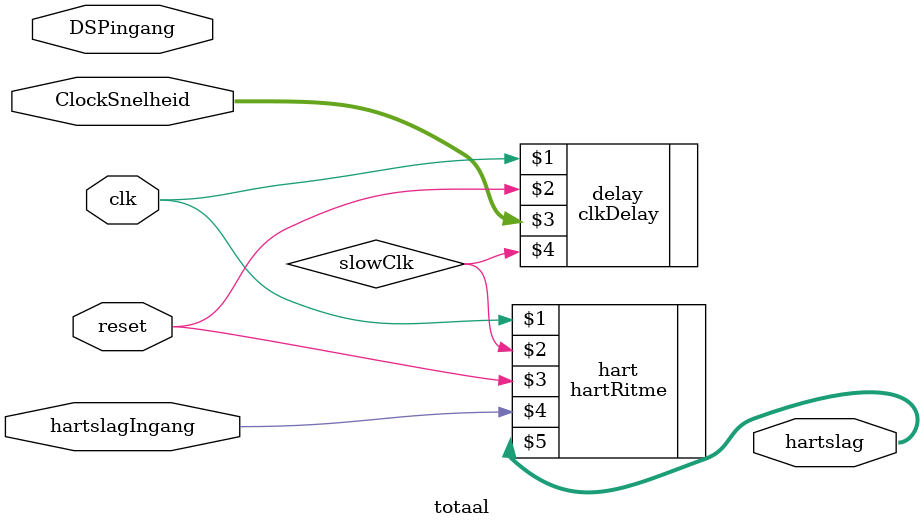
<source format=v>
module totaal (
	input clk,
	input reset,
	input [7:0] DSPingang,
	input hartslagIngang,
	input [7:0] ClockSnelheid,
	output [7:0] hartslag);
	
	wire slowClk;
	
	clkDelay	  delay(clk		, reset, ClockSnelheid,		slowClk				 	);

	hartRitme	  hart (clk		, slowClk,  reset, hartslagIngang,	hartslag             	);
	
	// Er moet een Reset ingebouwd worden om er voor te zorgen dat de regeling opnieuw begint zodra we het pad kwijt raken.
	
endmodule

</source>
